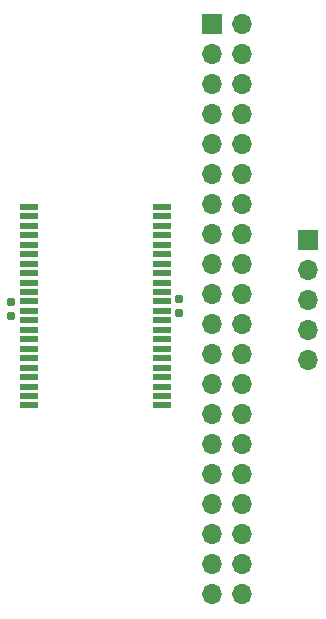
<source format=gbr>
%TF.GenerationSoftware,KiCad,Pcbnew,(6.0.7)*%
%TF.CreationDate,2023-01-29T20:04:43+00:00*%
%TF.ProjectId,DE0_Addon_Board,4445305f-4164-4646-9f6e-5f426f617264,0*%
%TF.SameCoordinates,Original*%
%TF.FileFunction,Soldermask,Top*%
%TF.FilePolarity,Negative*%
%FSLAX46Y46*%
G04 Gerber Fmt 4.6, Leading zero omitted, Abs format (unit mm)*
G04 Created by KiCad (PCBNEW (6.0.7)) date 2023-01-29 20:04:43*
%MOMM*%
%LPD*%
G01*
G04 APERTURE LIST*
G04 Aperture macros list*
%AMRoundRect*
0 Rectangle with rounded corners*
0 $1 Rounding radius*
0 $2 $3 $4 $5 $6 $7 $8 $9 X,Y pos of 4 corners*
0 Add a 4 corners polygon primitive as box body*
4,1,4,$2,$3,$4,$5,$6,$7,$8,$9,$2,$3,0*
0 Add four circle primitives for the rounded corners*
1,1,$1+$1,$2,$3*
1,1,$1+$1,$4,$5*
1,1,$1+$1,$6,$7*
1,1,$1+$1,$8,$9*
0 Add four rect primitives between the rounded corners*
20,1,$1+$1,$2,$3,$4,$5,0*
20,1,$1+$1,$4,$5,$6,$7,0*
20,1,$1+$1,$6,$7,$8,$9,0*
20,1,$1+$1,$8,$9,$2,$3,0*%
G04 Aperture macros list end*
%ADD10R,1.700000X1.700000*%
%ADD11O,1.700000X1.700000*%
%ADD12RoundRect,0.155000X-0.155000X0.212500X-0.155000X-0.212500X0.155000X-0.212500X0.155000X0.212500X0*%
%ADD13RoundRect,0.038500X-0.686500X-0.236500X0.686500X-0.236500X0.686500X0.236500X-0.686500X0.236500X0*%
G04 APERTURE END LIST*
D10*
%TO.C,J2*%
X63500000Y-44704000D03*
D11*
X63500000Y-47244000D03*
X63500000Y-49784000D03*
X63500000Y-52324000D03*
X63500000Y-54864000D03*
%TD*%
D12*
%TO.C,C2*%
X38354000Y-49978500D03*
X38354000Y-51113500D03*
%TD*%
D13*
%TO.C,U1*%
X39851000Y-41892000D03*
X39851000Y-42692000D03*
X39851000Y-43492000D03*
X39851000Y-44292000D03*
X39851000Y-45092000D03*
X39851000Y-45892000D03*
X39851000Y-46692000D03*
X39851000Y-47492000D03*
X39851000Y-48292000D03*
X39851000Y-49092000D03*
X39851000Y-49892000D03*
X39851000Y-50692000D03*
X39851000Y-51492000D03*
X39851000Y-52292000D03*
X39851000Y-53092000D03*
X39851000Y-53892000D03*
X39851000Y-54692000D03*
X39851000Y-55492000D03*
X39851000Y-56292000D03*
X39851000Y-57092000D03*
X39851000Y-57892000D03*
X39851000Y-58692000D03*
X51081000Y-58692000D03*
X51081000Y-57892000D03*
X51081000Y-57092000D03*
X51081000Y-56292000D03*
X51081000Y-55492000D03*
X51081000Y-54692000D03*
X51081000Y-53892000D03*
X51081000Y-53092000D03*
X51081000Y-52292000D03*
X51081000Y-51492000D03*
X51081000Y-50692000D03*
X51081000Y-49892000D03*
X51081000Y-49092000D03*
X51081000Y-48292000D03*
X51081000Y-47492000D03*
X51081000Y-46692000D03*
X51081000Y-45892000D03*
X51081000Y-45092000D03*
X51081000Y-44292000D03*
X51081000Y-43492000D03*
X51081000Y-42692000D03*
X51081000Y-41892000D03*
%TD*%
D12*
%TO.C,C1*%
X52578000Y-49722259D03*
X52578000Y-50857259D03*
%TD*%
D10*
%TO.C,J1*%
X55372000Y-26416000D03*
D11*
X57912000Y-26416000D03*
X55372000Y-28956000D03*
X57912000Y-28956000D03*
X55372000Y-31496000D03*
X57912000Y-31496000D03*
X55372000Y-34036000D03*
X57912000Y-34036000D03*
X55372000Y-36576000D03*
X57912000Y-36576000D03*
X55372000Y-39116000D03*
X57912000Y-39116000D03*
X55372000Y-41656000D03*
X57912000Y-41656000D03*
X55372000Y-44196000D03*
X57912000Y-44196000D03*
X55372000Y-46736000D03*
X57912000Y-46736000D03*
X55372000Y-49276000D03*
X57912000Y-49276000D03*
X55372000Y-51816000D03*
X57912000Y-51816000D03*
X55372000Y-54356000D03*
X57912000Y-54356000D03*
X55372000Y-56896000D03*
X57912000Y-56896000D03*
X55372000Y-59436000D03*
X57912000Y-59436000D03*
X55372000Y-61976000D03*
X57912000Y-61976000D03*
X55372000Y-64516000D03*
X57912000Y-64516000D03*
X55372000Y-67056000D03*
X57912000Y-67056000D03*
X55372000Y-69596000D03*
X57912000Y-69596000D03*
X55372000Y-72136000D03*
X57912000Y-72136000D03*
X55372000Y-74676000D03*
X57912000Y-74676000D03*
%TD*%
M02*

</source>
